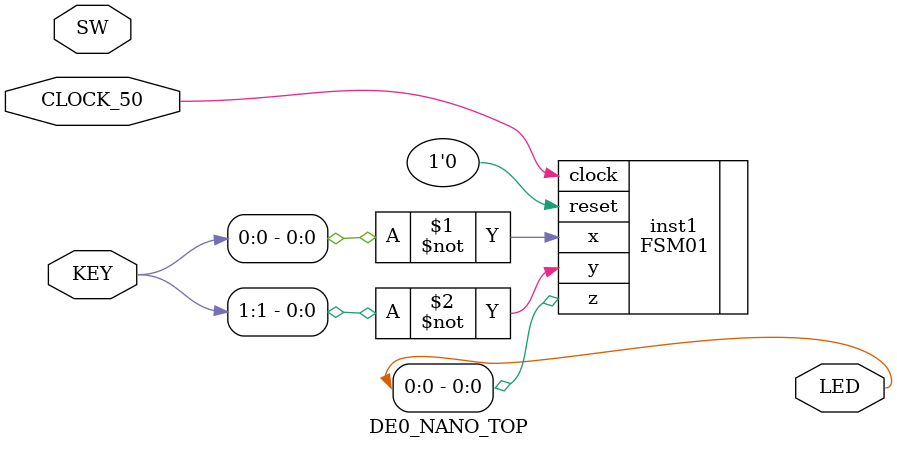
<source format=v>


module DE0_NANO_TOP(

	//////////// CLOCK //////////
	CLOCK_50,

	//////////// LED //////////
	LED,

	//////////// KEY //////////
	KEY,

	//////////// SW //////////
	SW
);

//=======================================================
//  PARAMETER declarations
//=======================================================


//=======================================================
//  PORT declarations
//=======================================================

//////////// CLOCK //////////
input 		          		CLOCK_50;

//////////// LED //////////
output		     [7:0]		LED;

//////////// KEY //////////
input 		     [1:0]		KEY;

//////////// SW //////////
input 		     [3:0]		SW;



//=======================================================
//  REG/WIRE declarations
//=======================================================



//=======================================================
//  Structural coding
//=======================================================


//simp inst1(
//	.r(SW[0]),
//	.t(SW[1]),
//	.g(SW[2]),
//	.h(SW[3]),
//	.qb(LED[0])
//);


//sistema inst1(
//	.clk(CLOCK_50),
//	.chamar(~KEY[0]),
//	.cancelar(~KEY[1]),
//	.lampada(LED[0])
//);


FSM01 inst1(
	.clock(CLOCK_50),
	.reset(1'b0),
	.x(~KEY[0]),
	.y(~KEY[1]),
	.z(LED[0])
);







endmodule

</source>
